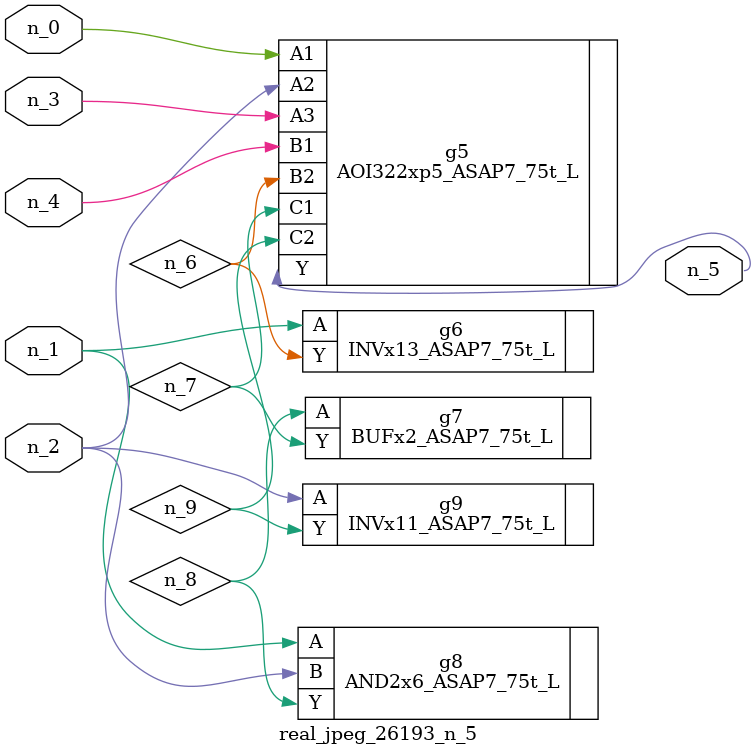
<source format=v>
module real_jpeg_26193_n_5 (n_4, n_0, n_1, n_2, n_3, n_5);

input n_4;
input n_0;
input n_1;
input n_2;
input n_3;

output n_5;

wire n_8;
wire n_6;
wire n_7;
wire n_9;

AOI322xp5_ASAP7_75t_L g5 ( 
.A1(n_0),
.A2(n_2),
.A3(n_3),
.B1(n_4),
.B2(n_6),
.C1(n_7),
.C2(n_9),
.Y(n_5)
);

INVx13_ASAP7_75t_L g6 ( 
.A(n_1),
.Y(n_6)
);

AND2x6_ASAP7_75t_L g8 ( 
.A(n_1),
.B(n_2),
.Y(n_8)
);

INVx11_ASAP7_75t_L g9 ( 
.A(n_2),
.Y(n_9)
);

BUFx2_ASAP7_75t_L g7 ( 
.A(n_8),
.Y(n_7)
);


endmodule
</source>
